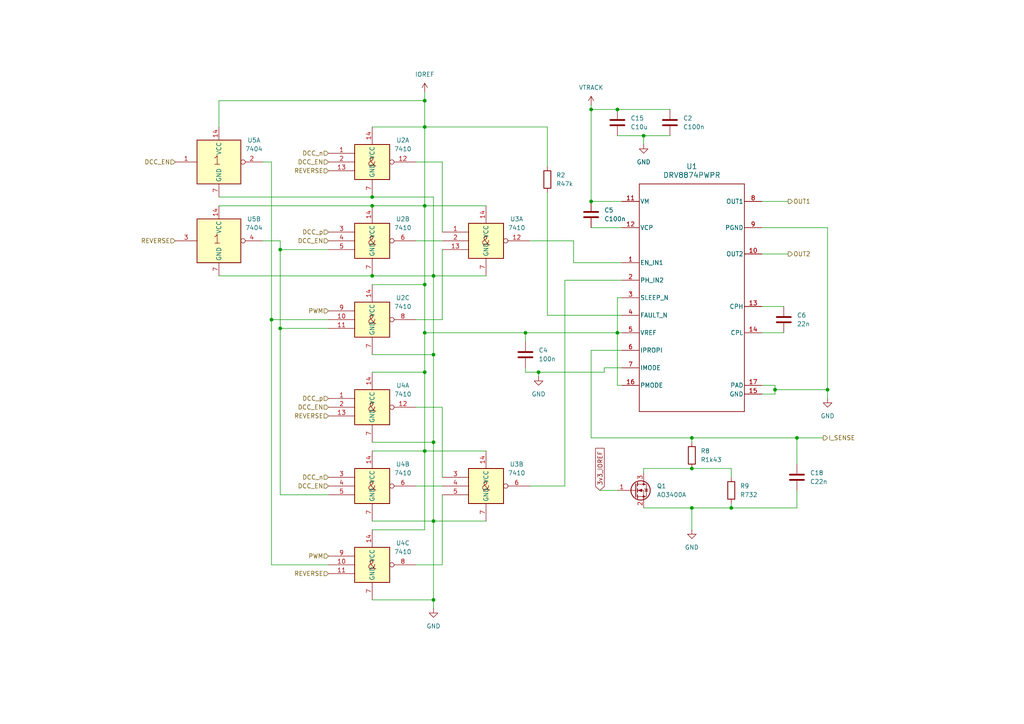
<source format=kicad_sch>
(kicad_sch (version 20231120) (generator "eeschema") (generator_version "8.0")
  (paper "A4")
  (lib_symbols
    (symbol "74xx_IEEE:7404"
      (property "Reference" "U" (at 5.08 7.62 0))
      (property "Value" "7404" (at 3.81 -8.89 0))
      (symbol "7404_0_0"
        (text "1" (at -0.508 0.508 0) (effects (font (size 2.54 2.54))))
      )
      (symbol "7404_0_1"
        (rectangle (start -6.35 6.35) (end 6.35 -6.35) (stroke (width 0.254)) (fill (type background)))
        (pin power_in line (at 0 10.16 270) (length 3.81) (name "VCC") (number "14"))
        (pin power_in line (at 0 -10.16 90) (length 3.81) (name "GND") (number "7"))
      )
      (symbol "7404_1_1"
        (pin input line (at -12.7 0 0) (length 6.35) (name "~") (number "1"))
        (pin input inverted (at 12.7 0 180) (length 6.35) (name "~") (number "2"))
      )
      (symbol "7404_2_1"
        (pin input line (at -12.7 0 0) (length 6.35) (name "~") (number "3"))
        (pin input inverted (at 12.7 0 180) (length 6.35) (name "~") (number "4"))
      )
      (symbol "7404_3_1"
        (pin input line (at -12.7 0 0) (length 6.35) (name "~") (number "5"))
        (pin input inverted (at 12.7 0 180) (length 6.35) (name "~") (number "6"))
      )
      (symbol "7404_4_1"
        (pin input inverted (at 12.7 0 180) (length 6.35) (name "~") (number "8"))
        (pin input line (at -12.7 0 0) (length 6.35) (name "~") (number "9"))
      )
      (symbol "7404_5_1"
        (pin input inverted (at 12.7 0 180) (length 6.35) (name "~") (number "10"))
        (pin input line (at -12.7 0 0) (length 6.35) (name "~") (number "11"))
      )
      (symbol "7404_6_1"
        (pin input inverted (at 12.7 0 180) (length 6.35) (name "~") (number "12"))
        (pin input line (at -12.7 0 0) (length 6.35) (name "~") (number "13"))
      )
    )
    (symbol "74xx_IEEE:7410"
      (property "Reference" "U" (at 2.54 7.62 0))
      (property "Value" "7410" (at 3.81 -7.62 0))
      (symbol "7410_0_0"
        (text "&" (at 0 0 0) (effects (font (size 2.54 2.54))))
      )
      (symbol "7410_0_1"
        (rectangle (start -5.08 5.08) (end 5.08 -5.08) (stroke (width 0.254)) (fill (type background)))
        (pin power_in line (at 0 10.16 270) (length 5.08) (name "VCC") (number "14"))
        (pin power_in line (at 0 -10.16 90) (length 5.08) (name "GND") (number "7"))
      )
      (symbol "7410_1_1"
        (pin input line (at -12.7 2.54 0) (length 7.62) (name "~") (number "1"))
        (pin output inverted (at 12.7 0 180) (length 7.62) (name "~") (number "12"))
        (pin input line (at -12.7 -2.54 0) (length 7.62) (name "~") (number "13"))
        (pin input line (at -12.7 0 0) (length 7.62) (name "~") (number "2"))
      )
      (symbol "7410_2_1"
        (pin input line (at -12.7 2.54 0) (length 7.62) (name "~") (number "3"))
        (pin input line (at -12.7 0 0) (length 7.62) (name "~") (number "4"))
        (pin input line (at -12.7 -2.54 0) (length 7.62) (name "~") (number "5"))
        (pin output inverted (at 12.7 0 180) (length 7.62) (name "~") (number "6"))
      )
      (symbol "7410_3_1"
        (pin input line (at -12.7 0 0) (length 7.62) (name "~") (number "10"))
        (pin input line (at -12.7 -2.54 0) (length 7.62) (name "~") (number "11"))
        (pin output inverted (at 12.7 0 180) (length 7.62) (name "~") (number "8"))
        (pin input line (at -12.7 2.54 0) (length 7.62) (name "~") (number "9"))
      )
    )
    (symbol "DRV8874:DRV8874PWPR" (pin_names (offset 0.254))
      (property "Reference" "U" (at 0 2.54 0))
      (property "Value" "DRV8874PWPR" (at 0 0 0))
      (symbol "DRV8874PWPR_0_1"
        (polyline (pts (xy -15.24 -33.02) (xy 15.24 -33.02)) (stroke (width 0.2032)))
        (polyline (pts (xy -15.24 33.02) (xy -15.24 -33.02)) (stroke (width 0.2032)))
        (polyline (pts (xy 15.24 -33.02) (xy 15.24 33.02)) (stroke (width 0.2032)))
        (polyline (pts (xy 15.24 33.02) (xy -15.24 33.02)) (stroke (width 0.2032)))
        (pin input line (at -20.32 10.16 0) (length 5.08) (name "EN_IN1") (number "1"))
        (pin output line (at 20.32 12.7 180) (length 5.08) (name "OUT2") (number "10"))
        (pin power_in line (at -20.32 27.94 0) (length 5.08) (name "VM") (number "11"))
        (pin power_in line (at -20.32 20.32 0) (length 5.08) (name "VCP") (number "12"))
        (pin power_in line (at 20.32 -2.54 180) (length 5.08) (name "CPH") (number "13"))
        (pin power_in line (at 20.32 -10.16 180) (length 5.08) (name "CPL") (number "14"))
        (pin power_in line (at 20.32 -27.94 180) (length 5.08) (name "GND") (number "15"))
        (pin input line (at -20.32 -25.4 0) (length 5.08) (name "PMODE") (number "16"))
        (pin power_in line (at 20.32 -25.4 180) (length 5.08) (name "PAD") (number "17"))
        (pin input line (at -20.32 5.08 0) (length 5.08) (name "PH_IN2") (number "2"))
        (pin input line (at -20.32 0 0) (length 5.08) (name "SLEEP_N") (number "3"))
        (pin open_collector line (at -20.32 -5.08 0) (length 5.08) (name "FAULT_N") (number "4"))
        (pin power_in line (at -20.32 -10.16 0) (length 5.08) (name "VREF") (number "5"))
        (pin output line (at -20.32 -15.24 0) (length 5.08) (name "IPROPI") (number "6"))
        (pin input line (at -20.32 -20.32 0) (length 5.08) (name "IMODE") (number "7"))
        (pin output line (at 20.32 27.94 180) (length 5.08) (name "OUT1") (number "8"))
        (pin power_in line (at 20.32 20.32 180) (length 5.08) (name "PGND") (number "9"))
      )
    )
    (symbol "Device:C" (pin_numbers hide) (pin_names (offset 0.254))
      (property "Reference" "C" (at 0.635 2.54 0))
      (property "Value" "C" (at 0.635 -2.54 0))
      (symbol "C_0_1"
        (polyline (pts (xy -2.032 -0.762) (xy 2.032 -0.762)) (stroke (width 0.508)))
        (polyline (pts (xy -2.032 0.762) (xy 2.032 0.762)) (stroke (width 0.508)))
      )
      (symbol "C_1_1"
        (pin passive line (at 0 3.81 270) (length 2.794) (name "~") (number "1"))
        (pin passive line (at 0 -3.81 90) (length 2.794) (name "~") (number "2"))
      )
    )
    (symbol "Device:R" (pin_numbers hide) (pin_names (offset 0))
      (property "Reference" "R" (at 2.032 0 90))
      (property "Value" "R" (at 0 0 90))
      (symbol "R_0_1"
        (rectangle (start -1.016 -2.54) (end 1.016 2.54) (stroke (width 0.254)))
      )
      (symbol "R_1_1"
        (pin passive line (at 0 3.81 270) (length 1.27) (name "~") (number "1"))
        (pin passive line (at 0 -3.81 90) (length 1.27) (name "~") (number "2"))
      )
    )
    (symbol "Transistor_FET:AO3400A" (pin_names hide)
      (property "Reference" "Q" (at 5.08 1.905 0))
      (property "Value" "AO3400A" (at 5.08 0 0))
      (symbol "AO3400A_0_1"
        (polyline (pts (xy 0.254 0) (xy -2.54 0)))
        (polyline (pts (xy 0.254 1.905) (xy 0.254 -1.905)) (stroke (width 0.254)))
        (polyline (pts (xy 0.762 -1.27) (xy 0.762 -2.286)) (stroke (width 0.254)))
        (polyline (pts (xy 0.762 0.508) (xy 0.762 -0.508)) (stroke (width 0.254)))
        (polyline (pts (xy 0.762 2.286) (xy 0.762 1.27)) (stroke (width 0.254)))
        (polyline (pts (xy 2.54 2.54) (xy 2.54 1.778)))
        (polyline (pts (xy 2.54 -2.54) (xy 2.54 0) (xy 0.762 0)))
        (polyline (pts (xy 0.762 -1.778) (xy 3.302 -1.778) (xy 3.302 1.778) (xy 0.762 1.778)))
        (polyline (pts (xy 1.016 0) (xy 2.032 0.381) (xy 2.032 -0.381) (xy 1.016 0)) (fill (type outline)))
        (polyline (pts (xy 2.794 0.508) (xy 2.921 0.381) (xy 3.683 0.381) (xy 3.81 0.254)))
        (polyline (pts (xy 3.302 0.381) (xy 2.921 -0.254) (xy 3.683 -0.254) (xy 3.302 0.381)))
        (circle (center 1.651 0) (radius 2.794) (stroke (width 0.254)))
        (circle (center 2.54 -1.778) (radius 0.254) (fill (type outline)))
        (circle (center 2.54 1.778) (radius 0.254) (fill (type outline)))
      )
      (symbol "AO3400A_1_1"
        (pin input line (at -5.08 0 0) (length 2.54) (name "G") (number "1"))
        (pin passive line (at 2.54 -5.08 90) (length 2.54) (name "S") (number "2"))
        (pin passive line (at 2.54 5.08 270) (length 2.54) (name "D") (number "3"))
      )
    )
    (symbol "power:+3.3V" (power) (pin_numbers hide) (pin_names (offset 0) hide)
      (property "Value" "+3.3V" (at 0 3.556 0))
      (symbol "+3.3V_0_1"
        (polyline (pts (xy -0.762 1.27) (xy 0 2.54)))
        (polyline (pts (xy 0 0) (xy 0 2.54)))
        (polyline (pts (xy 0 2.54) (xy 0.762 1.27)))
      )
      (symbol "+3.3V_1_1"
        (pin power_in line (at 0 0 90) (length 0) (name "~") (number "1"))
      )
    )
    (symbol "power:GND" (power) (pin_numbers hide) (pin_names (offset 0) hide)
      (property "Value" "GND" (at 0 -3.81 0))
      (symbol "GND_0_1"
        (polyline (pts (xy 0 0) (xy 0 -1.27) (xy 1.27 -1.27) (xy 0 -2.54) (xy -1.27 -1.27) (xy 0 -1.27)))
      )
      (symbol "GND_1_1"
        (pin power_in line (at 0 0 270) (length 0) (name "~") (number "1"))
      )
    )
  )
  (junction (at 186.69 39.37))
  (junction (at 125.73 128.27))
  (junction (at 200.66 147.32))
  (junction (at 123.19 96.52))
  (junction (at 125.73 80.01))
  (junction (at 156.21 107.95))
  (junction (at 123.19 59.69))
  (junction (at 123.19 130.81))
  (junction (at 81.28 72.39))
  (junction (at 125.73 151.13))
  (junction (at 107.95 57.15))
  (junction (at 125.73 102.87))
  (junction (at 123.19 29.21))
  (junction (at 200.66 135.89))
  (junction (at 231.14 127))
  (junction (at 212.09 147.32))
  (junction (at 171.45 31.75))
  (junction (at 224.79 113.03))
  (junction (at 123.19 107.95))
  (junction (at 107.95 59.69))
  (junction (at 152.4 96.52))
  (junction (at 78.74 92.71))
  (junction (at 200.66 127))
  (junction (at 179.07 31.75))
  (junction (at 179.07 96.52))
  (junction (at 123.19 36.83))
  (junction (at 81.28 95.25))
  (junction (at 123.19 82.55))
  (junction (at 107.95 80.01))
  (junction (at 171.45 58.42))
  (junction (at 240.03 113.03))
  (junction (at 125.73 173.99))
  (wire (pts (xy 158.75 48.26) (xy 158.75 36.83)))
  (wire (pts (xy 78.74 92.71) (xy 78.74 46.99)))
  (wire (pts (xy 220.98 111.76) (xy 224.79 111.76)))
  (wire (pts (xy 125.73 102.87) (xy 125.73 128.27)))
  (wire (pts (xy 125.73 102.87) (xy 125.73 80.01)))
  (wire (pts (xy 231.14 147.32) (xy 231.14 142.24)))
  (wire (pts (xy 120.65 46.99) (xy 128.27 46.99)))
  (wire (pts (xy 123.19 29.21) (xy 123.19 36.83)))
  (wire (pts (xy 156.21 107.95) (xy 175.26 107.95)))
  (wire (pts (xy 231.14 127) (xy 231.14 134.62)))
  (wire (pts (xy 128.27 72.39) (xy 128.27 92.71)))
  (wire (pts (xy 123.19 82.55) (xy 123.19 59.69)))
  (wire (pts (xy 166.37 76.2) (xy 180.34 76.2)))
  (wire (pts (xy 238.76 127) (xy 231.14 127)))
  (wire (pts (xy 171.45 31.75) (xy 171.45 58.42)))
  (wire (pts (xy 186.69 147.32) (xy 200.66 147.32)))
  (wire (pts (xy 107.95 153.67) (xy 123.19 153.67)))
  (wire (pts (xy 63.5 29.21) (xy 123.19 29.21)))
  (wire (pts (xy 128.27 118.11) (xy 128.27 138.43)))
  (wire (pts (xy 76.2 69.85) (xy 81.28 69.85)))
  (wire (pts (xy 107.95 36.83) (xy 123.19 36.83)))
  (wire (pts (xy 152.4 96.52) (xy 179.07 96.52)))
  (wire (pts (xy 95.25 95.25) (xy 81.28 95.25)))
  (wire (pts (xy 81.28 69.85) (xy 81.28 72.39)))
  (wire (pts (xy 107.95 130.81) (xy 123.19 130.81)))
  (wire (pts (xy 180.34 111.76) (xy 179.07 111.76)))
  (wire (pts (xy 81.28 72.39) (xy 95.25 72.39)))
  (wire (pts (xy 166.37 69.85) (xy 166.37 76.2)))
  (wire (pts (xy 163.83 81.28) (xy 163.83 140.97)))
  (wire (pts (xy 95.25 163.83) (xy 78.74 163.83)))
  (wire (pts (xy 153.67 69.85) (xy 166.37 69.85)))
  (wire (pts (xy 120.65 140.97) (xy 128.27 140.97)))
  (wire (pts (xy 175.26 106.68) (xy 175.26 107.95)))
  (wire (pts (xy 120.65 118.11) (xy 128.27 118.11)))
  (wire (pts (xy 78.74 46.99) (xy 76.2 46.99)))
  (wire (pts (xy 186.69 135.89) (xy 186.69 137.16)))
  (wire (pts (xy 107.95 173.99) (xy 125.73 173.99)))
  (wire (pts (xy 200.66 135.89) (xy 186.69 135.89)))
  (wire (pts (xy 186.69 39.37) (xy 194.31 39.37)))
  (wire (pts (xy 123.19 130.81) (xy 140.97 130.81)))
  (wire (pts (xy 120.65 163.83) (xy 128.27 163.83)))
  (wire (pts (xy 123.19 153.67) (xy 123.19 130.81)))
  (wire (pts (xy 171.45 58.42) (xy 180.34 58.42)))
  (wire (pts (xy 228.6 73.66) (xy 220.98 73.66)))
  (wire (pts (xy 152.4 107.95) (xy 152.4 106.68)))
  (wire (pts (xy 171.45 127) (xy 200.66 127)))
  (wire (pts (xy 180.34 101.6) (xy 171.45 101.6)))
  (wire (pts (xy 212.09 147.32) (xy 212.09 146.05)))
  (wire (pts (xy 107.95 151.13) (xy 125.73 151.13)))
  (wire (pts (xy 123.19 130.81) (xy 123.19 107.95)))
  (wire (pts (xy 179.07 39.37) (xy 186.69 39.37)))
  (wire (pts (xy 180.34 96.52) (xy 179.07 96.52)))
  (wire (pts (xy 107.95 128.27) (xy 125.73 128.27)))
  (wire (pts (xy 152.4 107.95) (xy 156.21 107.95)))
  (wire (pts (xy 179.07 31.75) (xy 194.31 31.75)))
  (wire (pts (xy 171.45 30.48) (xy 171.45 31.75)))
  (wire (pts (xy 120.65 69.85) (xy 128.27 69.85)))
  (wire (pts (xy 228.6 58.42) (xy 220.98 58.42)))
  (wire (pts (xy 107.95 80.01) (xy 125.73 80.01)))
  (wire (pts (xy 186.69 41.91) (xy 186.69 39.37)))
  (wire (pts (xy 78.74 163.83) (xy 78.74 92.71)))
  (wire (pts (xy 107.95 59.69) (xy 123.19 59.69)))
  (wire (pts (xy 158.75 91.44) (xy 180.34 91.44)))
  (wire (pts (xy 173.99 142.24) (xy 179.07 142.24)))
  (wire (pts (xy 128.27 92.71) (xy 120.65 92.71)))
  (wire (pts (xy 123.19 96.52) (xy 123.19 82.55)))
  (wire (pts (xy 95.25 143.51) (xy 81.28 143.51)))
  (wire (pts (xy 200.66 147.32) (xy 212.09 147.32)))
  (wire (pts (xy 224.79 113.03) (xy 240.03 113.03)))
  (wire (pts (xy 179.07 86.36) (xy 179.07 96.52)))
  (wire (pts (xy 163.83 140.97) (xy 153.67 140.97)))
  (wire (pts (xy 171.45 31.75) (xy 179.07 31.75)))
  (wire (pts (xy 63.5 36.83) (xy 63.5 29.21)))
  (wire (pts (xy 63.5 57.15) (xy 107.95 57.15)))
  (wire (pts (xy 224.79 113.03) (xy 224.79 114.3)))
  (wire (pts (xy 200.66 127) (xy 200.66 128.27)))
  (wire (pts (xy 107.95 57.15) (xy 125.73 57.15)))
  (wire (pts (xy 123.19 36.83) (xy 123.19 59.69)))
  (wire (pts (xy 152.4 96.52) (xy 152.4 99.06)))
  (wire (pts (xy 125.73 80.01) (xy 140.97 80.01)))
  (wire (pts (xy 81.28 95.25) (xy 81.28 72.39)))
  (wire (pts (xy 128.27 46.99) (xy 128.27 67.31)))
  (wire (pts (xy 63.5 59.69) (xy 107.95 59.69)))
  (wire (pts (xy 200.66 135.89) (xy 212.09 135.89)))
  (wire (pts (xy 107.95 82.55) (xy 123.19 82.55)))
  (wire (pts (xy 240.03 113.03) (xy 240.03 115.57)))
  (wire (pts (xy 123.19 107.95) (xy 123.19 96.52)))
  (wire (pts (xy 171.45 66.04) (xy 180.34 66.04)))
  (wire (pts (xy 81.28 143.51) (xy 81.28 95.25)))
  (wire (pts (xy 227.33 96.52) (xy 220.98 96.52)))
  (wire (pts (xy 200.66 147.32) (xy 200.66 153.67)))
  (wire (pts (xy 171.45 101.6) (xy 171.45 127)))
  (wire (pts (xy 128.27 163.83) (xy 128.27 143.51)))
  (wire (pts (xy 180.34 106.68) (xy 175.26 106.68)))
  (wire (pts (xy 125.73 151.13) (xy 140.97 151.13)))
  (wire (pts (xy 240.03 66.04) (xy 240.03 113.03)))
  (wire (pts (xy 63.5 80.01) (xy 107.95 80.01)))
  (wire (pts (xy 163.83 81.28) (xy 180.34 81.28)))
  (wire (pts (xy 125.73 57.15) (xy 125.73 80.01)))
  (wire (pts (xy 125.73 176.53) (xy 125.73 173.99)))
  (wire (pts (xy 220.98 114.3) (xy 224.79 114.3)))
  (wire (pts (xy 125.73 151.13) (xy 125.73 173.99)))
  (wire (pts (xy 212.09 147.32) (xy 231.14 147.32)))
  (wire (pts (xy 158.75 36.83) (xy 123.19 36.83)))
  (wire (pts (xy 156.21 107.95) (xy 156.21 109.22)))
  (wire (pts (xy 179.07 111.76) (xy 179.07 96.52)))
  (wire (pts (xy 95.25 92.71) (xy 78.74 92.71)))
  (wire (pts (xy 123.19 59.69) (xy 140.97 59.69)))
  (wire (pts (xy 107.95 102.87) (xy 125.73 102.87)))
  (wire (pts (xy 180.34 86.36) (xy 179.07 86.36)))
  (wire (pts (xy 123.19 96.52) (xy 152.4 96.52)))
  (wire (pts (xy 125.73 128.27) (xy 125.73 151.13)))
  (wire (pts (xy 224.79 111.76) (xy 224.79 113.03)))
  (wire (pts (xy 123.19 26.67) (xy 123.19 29.21)))
  (wire (pts (xy 107.95 107.95) (xy 123.19 107.95)))
  (wire (pts (xy 200.66 127) (xy 231.14 127)))
  (wire (pts (xy 212.09 135.89) (xy 212.09 138.43)))
  (wire (pts (xy 220.98 66.04) (xy 240.03 66.04)))
  (wire (pts (xy 158.75 55.88) (xy 158.75 91.44)))
  (wire (pts (xy 227.33 88.9) (xy 220.98 88.9)))
  (global_label "3v3_IOREF" (shape input) (at 173.99 142.24 90) (property "Intersheetrefs" "${INTERSHEET_REFS}" (effects (hide yes))))
  (hierarchical_label "PWM" (shape input) (at 95.25 90.17 180))
  (hierarchical_label "REVERSE" (shape input) (at 95.25 166.37 180))
  (hierarchical_label "I_SENSE" (shape output) (at 238.76 127 0))
  (hierarchical_label "OUT2" (shape output) (at 228.6 73.66 0))
  (hierarchical_label "DCC_EN" (shape input) (at 95.25 118.11 180))
  (hierarchical_label "DCC_p" (shape input) (at 95.25 67.31 180))
  (hierarchical_label "REVERSE" (shape input) (at 95.25 49.53 180))
  (hierarchical_label "DCC_EN" (shape input) (at 50.8 46.99 180))
  (hierarchical_label "DCC_EN" (shape input) (at 95.25 140.97 180))
  (hierarchical_label "DCC_n" (shape input) (at 95.25 138.43 180))
  (hierarchical_label "REVERSE" (shape input) (at 95.25 120.65 180))
  (hierarchical_label "PWM" (shape input) (at 95.25 161.29 180))
  (hierarchical_label "DCC_p" (shape input) (at 95.25 115.57 180))
  (hierarchical_label "OUT1" (shape output) (at 228.6 58.42 0))
  (hierarchical_label "DCC_n" (shape input) (at 95.25 44.45 180))
  (hierarchical_label "DCC_EN" (shape input) (at 95.25 46.99 180))
  (hierarchical_label "DCC_EN" (shape input) (at 95.25 69.85 180))
  (hierarchical_label "REVERSE" (shape input) (at 50.8 69.85 180))
  (symbol (lib_id "74xx_IEEE:7410") (at 107.95 140.97 0) (unit 2)
    (property "Reference" "U4" (at 116.84 134.6514 0))
    (property "Value" "7410" (at 116.84 137.1914 0))
    (instances (project "Arduino_Nano_LCC_Boosters" (path "" (reference "U4") (unit 2)) (path "" (reference "U8") (unit 2)) (path "" (reference "U13") (unit 2)) (path "" (reference "U18") (unit 2))))
  )
  (symbol (lib_id "power:GND") (at 125.73 176.53 0) (unit 1)
    (property "Reference" "#PWR013" (effects (hide yes)))
    (property "Value" "GND" (at 125.73 181.61 0))
    (property "Description" "Power symbol creates a global label with name \"GND\" , ground" (effects (hide yes)))
    (instances (project "Arduino_Nano_LCC_Boosters" (path "" (reference "#PWR013") (unit 1)) (path "" (reference "#PWR015") (unit 1)) (path "" (reference "#PWR022") (unit 1)) (path "" (reference "#PWR029") (unit 1))))
  )
  (symbol (lib_id "74xx_IEEE:7410") (at 107.95 69.85 0) (unit 2)
    (property "Reference" "U2" (at 116.84 63.5314 0))
    (property "Value" "7410" (at 116.84 66.0714 0))
    (instances (project "Arduino_Nano_LCC_Boosters" (path "" (reference "U2") (unit 2)) (path "" (reference "U7") (unit 2)) (path "" (reference "U12") (unit 2)) (path "" (reference "U17") (unit 2))))
  )
  (symbol (lib_id "Device:R") (at 200.66 132.08 0) (unit 1)
    (property "Reference" "R8" (at 203.2 130.8099 0) (effects (justify left)))
    (property "Value" "R1k43" (at 203.2 133.3499 0) (effects (justify left)))
    (property "Description" "Resistor" (effects (hide yes)))
    (instances (project "Arduino_Nano_LCC_Boosters" (path "" (reference "R8") (unit 1)) (path "" (reference "R3") (unit 1)) (path "" (reference "R6") (unit 1)) (path "" (reference "R11") (unit 1))))
  )
  (symbol (lib_id "Device:C") (at 152.4 102.87 0) (unit 1)
    (property "Reference" "C4" (at 156.21 101.5999 0) (effects (justify left)))
    (property "Value" "100n" (at 156.21 104.1399 0) (effects (justify left)))
    (property "Description" "Unpolarized capacitor" (effects (hide yes)))
    (instances (project "Arduino_Nano_LCC_Boosters" (path "" (reference "C4") (unit 1)) (path "" (reference "C1") (unit 1)) (path "" (reference "C11") (unit 1)) (path "" (reference "C19") (unit 1))))
  )
  (symbol (lib_id "Device:R") (at 158.75 52.07 0) (unit 1)
    (property "Reference" "R2" (at 161.29 50.7999 0) (effects (justify left)))
    (property "Value" "R47k" (at 161.29 53.3399 0) (effects (justify left)))
    (property "Description" "Resistor" (effects (hide yes)))
    (instances (project "Arduino_Nano_LCC_Boosters" (path "" (reference "R2") (unit 1)) (path "" (reference "R1") (unit 1)) (path "" (reference "R5") (unit 1)) (path "" (reference "R10") (unit 1))))
  )
  (symbol (lib_id "power:+3.3V") (at 171.45 30.48 0) (unit 1)
    (property "Reference" "#PWR011" (effects (hide yes)))
    (property "Value" "VTRACK" (at 171.45 25.4 0))
    (property "Description" "Power symbol creates a global label with name \"VIN\"" (effects (hide yes)))
    (instances (project "Arduino_Nano_LCC_Boosters" (path "" (reference "#PWR011") (unit 1)) (path "" (reference "#PWR017") (unit 1)) (path "" (reference "#PWR024") (unit 1)) (path "" (reference "#PWR031") (unit 1))))
  )
  (symbol (lib_id "power:+3.3V") (at 123.19 26.67 0) (unit 1)
    (property "Reference" "#PWR09" (effects (hide yes)))
    (property "Value" "IOREF" (at 123.19 21.59 0))
    (property "Description" "Power symbol creates a global label with name \"+3.3V\"" (effects (hide yes)))
    (instances (project "Arduino_Nano_LCC_Boosters" (path "" (reference "#PWR09") (unit 1)) (path "" (reference "#PWR014") (unit 1)) (path "" (reference "#PWR021") (unit 1)) (path "" (reference "#PWR028") (unit 1))))
  )
  (symbol (lib_id "74xx_IEEE:7410") (at 107.95 46.99 0) (unit 1)
    (property "Reference" "U2" (at 116.84 40.6714 0))
    (property "Value" "7410" (at 116.84 43.2114 0))
    (instances (project "Arduino_Nano_LCC_Boosters" (path "" (reference "U2") (unit 1)) (path "" (reference "U7") (unit 1)) (path "" (reference "U12") (unit 1)) (path "" (reference "U17") (unit 1))))
  )
  (symbol (lib_id "Transistor_FET:AO3400A") (at 184.15 142.24 0) (unit 1)
    (property "Reference" "Q1" (at 190.5 140.9699 0) (effects (justify left)))
    (property "Value" "AO3400A" (at 190.5 143.5099 0) (effects (justify left)))
    (property "Footprint" "Package_TO_SOT_SMD:SOT-23" (effects (hide yes)))
    (property "Datasheet" "http://www.aosmd.com/pdfs/datasheet/AO3400A.pdf" (effects (hide yes)))
    (property "Description" "30V Vds, 5.7A Id, N-Channel MOSFET, SOT-23" (effects (hide yes)))
    (instances (project "Arduino_Nano_LCC_Boosters" (path "" (reference "Q1") (unit 1)) (path "" (reference "Q2") (unit 1)) (path "" (reference "Q3") (unit 1)) (path "" (reference "Q4") (unit 1))))
  )
  (symbol (lib_id "Device:C") (at 179.07 35.56 0) (unit 1)
    (property "Reference" "C15" (at 182.88 34.2899 0) (effects (justify left)))
    (property "Value" "C10u" (at 182.88 36.8299 0) (effects (justify left)))
    (property "Description" "Unpolarized capacitor" (effects (hide yes)))
    (instances (project "Arduino_Nano_LCC_Boosters" (path "" (reference "C15") (unit 1)) (path "" (reference "C7") (unit 1)) (path "" (reference "C13") (unit 1)) (path "" (reference "C21") (unit 1))))
  )
  (symbol (lib_id "power:GND") (at 186.69 41.91 0) (unit 1)
    (property "Reference" "#PWR08" (effects (hide yes)))
    (property "Value" "GND" (at 186.69 46.99 0))
    (property "Description" "Power symbol creates a global label with name \"GND\" , ground" (effects (hide yes)))
    (instances (project "Arduino_Nano_LCC_Boosters" (path "" (reference "#PWR08") (unit 1)) (path "" (reference "#PWR018") (unit 1)) (path "" (reference "#PWR025") (unit 1)) (path "" (reference "#PWR032") (unit 1))))
  )
  (symbol (lib_id "74xx_IEEE:7404") (at 63.5 46.99 0) (unit 1)
    (property "Reference" "U5" (at 73.66 40.6714 0))
    (property "Value" "7404" (at 73.66 43.2114 0))
    (instances (project "Arduino_Nano_LCC_Boosters" (path "" (reference "U5") (unit 1)) (path "" (reference "U5") (unit 3)) (path "" (reference "U5") (unit 5)) (path "" (reference "U16") (unit 1))))
  )
  (symbol (lib_id "Device:C") (at 194.31 35.56 0) (unit 1)
    (property "Reference" "C2" (at 198.12 34.2899 0) (effects (justify left)))
    (property "Value" "C100n" (at 198.12 36.8299 0) (effects (justify left)))
    (property "Description" "Unpolarized capacitor" (effects (hide yes)))
    (instances (project "Arduino_Nano_LCC_Boosters" (path "" (reference "C2") (unit 1)) (path "" (reference "C8") (unit 1)) (path "" (reference "C14") (unit 1)) (path "" (reference "C22") (unit 1))))
  )
  (symbol (lib_id "74xx_IEEE:7410") (at 140.97 69.85 0) (unit 1)
    (property "Reference" "U3" (at 149.86 63.5314 0))
    (property "Value" "7410" (at 149.86 66.0714 0))
    (instances (project "Arduino_Nano_LCC_Boosters" (path "" (reference "U3") (unit 1)) (path "" (reference "U9") (unit 1)) (path "" (reference "U14") (unit 1)) (path "" (reference "U3") (unit 3))))
  )
  (symbol (lib_id "74xx_IEEE:7404") (at 63.5 69.85 0) (unit 2)
    (property "Reference" "U5" (at 73.66 63.5314 0))
    (property "Value" "7404" (at 73.66 66.0714 0))
    (instances (project "Arduino_Nano_LCC_Boosters" (path "" (reference "U5") (unit 2)) (path "" (reference "U5") (unit 4)) (path "" (reference "U5") (unit 6)) (path "" (reference "U16") (unit 2))))
  )
  (symbol (lib_id "Device:C") (at 227.33 92.71 0) (unit 1)
    (property "Reference" "C6" (at 231.14 91.4399 0) (effects (justify left)))
    (property "Value" "22n" (at 231.14 93.9799 0) (effects (justify left)))
    (property "Description" "Unpolarized capacitor" (effects (hide yes)))
    (instances (project "Arduino_Nano_LCC_Boosters" (path "" (reference "C6") (unit 1)) (path "" (reference "C9") (unit 1)) (path "" (reference "C16") (unit 1)) (path "" (reference "C23") (unit 1))))
  )
  (symbol (lib_id "74xx_IEEE:7410") (at 107.95 118.11 0) (unit 1)
    (property "Reference" "U4" (at 116.84 111.7914 0))
    (property "Value" "7410" (at 116.84 114.3314 0))
    (instances (project "Arduino_Nano_LCC_Boosters" (path "" (reference "U4") (unit 1)) (path "" (reference "U8") (unit 1)) (path "" (reference "U13") (unit 1)) (path "" (reference "U18") (unit 1))))
  )
  (symbol (lib_id "74xx_IEEE:7410") (at 140.97 140.97 0) (unit 2)
    (property "Reference" "U3" (at 149.86 134.6514 0))
    (property "Value" "7410" (at 149.86 137.1914 0))
    (instances (project "Arduino_Nano_LCC_Boosters" (path "" (reference "U3") (unit 2)) (path "" (reference "U9") (unit 2)) (path "" (reference "U14") (unit 2)) (path "" (reference "U9") (unit 3))))
  )
  (symbol (lib_id "74xx_IEEE:7410") (at 107.95 92.71 0) (unit 3)
    (property "Reference" "U2" (at 116.84 86.3914 0))
    (property "Value" "7410" (at 116.84 88.9314 0))
    (instances (project "Arduino_Nano_LCC_Boosters" (path "" (reference "U2") (unit 3)) (path "" (reference "U7") (unit 3)) (path "" (reference "U12") (unit 3)) (path "" (reference "U17") (unit 3))))
  )
  (symbol (lib_id "power:GND") (at 156.21 109.22 0) (unit 1)
    (property "Reference" "#PWR010" (effects (hide yes)))
    (property "Value" "GND" (at 156.21 114.3 0))
    (property "Description" "Power symbol creates a global label with name \"GND\" , ground" (effects (hide yes)))
    (instances (project "Arduino_Nano_LCC_Boosters" (path "" (reference "#PWR010") (unit 1)) (path "" (reference "#PWR016") (unit 1)) (path "" (reference "#PWR023") (unit 1)) (path "" (reference "#PWR030") (unit 1))))
  )
  (symbol (lib_id "74xx_IEEE:7410") (at 107.95 163.83 0) (unit 3)
    (property "Reference" "U4" (at 116.84 157.5114 0))
    (property "Value" "7410" (at 116.84 160.0514 0))
    (instances (project "Arduino_Nano_LCC_Boosters" (path "" (reference "U4") (unit 3)) (path "" (reference "U8") (unit 3)) (path "" (reference "U13") (unit 3)) (path "" (reference "U18") (unit 3))))
  )
  (symbol (lib_id "power:GND") (at 200.66 153.67 0) (unit 1)
    (property "Reference" "#PWR033" (effects (hide yes)))
    (property "Value" "GND" (at 200.66 158.75 0))
    (property "Description" "Power symbol creates a global label with name \"GND\" , ground" (effects (hide yes)))
    (instances (project "Arduino_Nano_LCC_Boosters" (path "" (reference "#PWR033") (unit 1)) (path "" (reference "#PWR019") (unit 1)) (path "" (reference "#PWR026") (unit 1)) (path "" (reference "#PWR034") (unit 1))))
  )
  (symbol (lib_id "power:GND") (at 240.03 115.57 0) (unit 1)
    (property "Reference" "#PWR012" (effects (hide yes)))
    (property "Value" "GND" (at 240.03 120.65 0))
    (property "Description" "Power symbol creates a global label with name \"GND\" , ground" (effects (hide yes)))
    (instances (project "Arduino_Nano_LCC_Boosters" (path "" (reference "#PWR012") (unit 1)) (path "" (reference "#PWR020") (unit 1)) (path "" (reference "#PWR027") (unit 1)) (path "" (reference "#PWR035") (unit 1))))
  )
  (symbol (lib_id "Device:C") (at 231.14 138.43 0) (unit 1)
    (property "Reference" "C18" (at 234.95 137.1599 0) (effects (justify left)))
    (property "Value" "C22n" (at 234.95 139.6999 0) (effects (justify left)))
    (property "Description" "Unpolarized capacitor" (effects (hide yes)))
    (instances (project "Arduino_Nano_LCC_Boosters" (path "" (reference "C18") (unit 1)) (path "" (reference "C10") (unit 1)) (path "" (reference "C17") (unit 1)) (path "" (reference "C24") (unit 1))))
  )
  (symbol (lib_id "Device:R") (at 212.09 142.24 0) (unit 1)
    (property "Reference" "R9" (at 214.63 140.9699 0) (effects (justify left)))
    (property "Value" "R732" (at 214.63 143.5099 0) (effects (justify left)))
    (property "Description" "Resistor" (effects (hide yes)))
    (instances (project "Arduino_Nano_LCC_Boosters" (path "" (reference "R9") (unit 1)) (path "" (reference "R4") (unit 1)) (path "" (reference "R7") (unit 1)) (path "" (reference "R12") (unit 1))))
  )
  (symbol (lib_id "Device:C") (at 171.45 62.23 0) (unit 1)
    (property "Reference" "C5" (at 175.26 60.9599 0) (effects (justify left)))
    (property "Value" "C100n" (at 175.26 63.4999 0) (effects (justify left)))
    (property "Description" "Unpolarized capacitor" (effects (hide yes)))
    (instances (project "Arduino_Nano_LCC_Boosters" (path "" (reference "C5") (unit 1)) (path "" (reference "C3") (unit 1)) (path "" (reference "C12") (unit 1)) (path "" (reference "C20") (unit 1))))
  )
  (symbol (lib_id "DRV8874:DRV8874PWPR") (at 200.66 86.36 0) (unit 1)
    (property "Reference" "U1" (at 200.66 48.26 0) (effects (font (size 1.524 1.524))))
    (property "Value" "DRV8874PWPR" (at 200.66 50.8 0) (effects (font (size 1.524 1.524))))
    (property "Footprint" "PWP0016J_N" (effects (hide yes)))
    (property "Datasheet" "DRV8874PWPR" (effects (hide yes)))
    (instances (project "Arduino_Nano_LCC_Boosters" (path "" (reference "U1") (unit 1)) (path "" (reference "U10") (unit 1)) (path "" (reference "U15") (unit 1)) (path "" (reference "U20") (unit 1))))
  )
)
</source>
